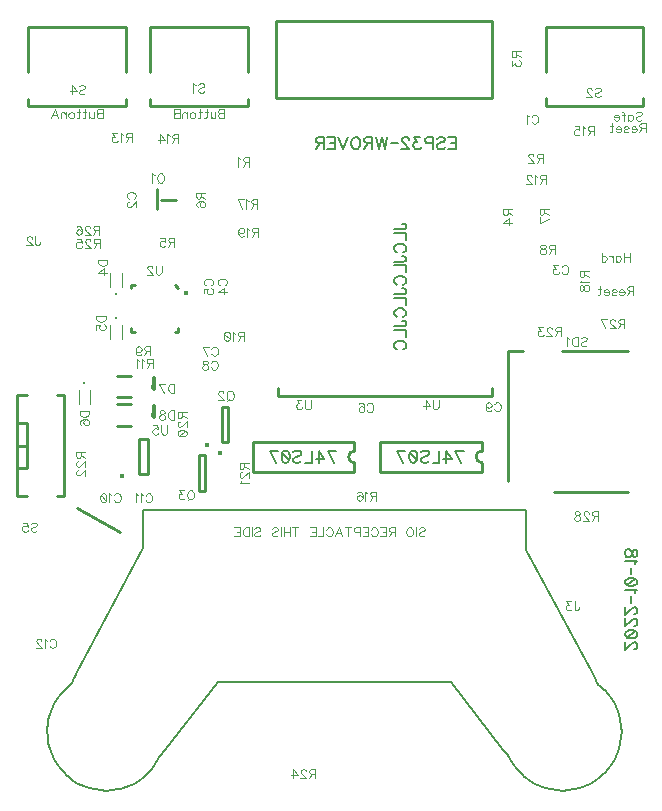
<source format=gbr>
G04 DipTrace 3.3.1.3*
G04 BottomSilk.gbr*
%MOIN*%
G04 #@! TF.FileFunction,Legend,Bot*
G04 #@! TF.Part,Single*
%ADD10C,0.009843*%
%ADD14C,0.007874*%
%ADD17C,0.003937*%
%ADD20C,0.01378*%
%ADD24C,0.015762*%
%ADD32C,0.012503*%
%ADD34C,0.015422*%
%ADD51O,0.016153X0.01536*%
%ADD57C,0.015395*%
%ADD135C,0.004632*%
%ADD136C,0.006176*%
%FSLAX26Y26*%
G04*
G70*
G90*
G75*
G01*
G04 BotSilk*
%LPD*%
X608195Y1361795D2*
D10*
X748935Y1280559D1*
X757139Y2097983D2*
D17*
Y2145224D1*
X717769Y2097983D2*
Y2145224D1*
D14*
X737454Y2074363D3*
X717769Y1970673D2*
D17*
Y1923432D1*
X757139Y1970673D2*
Y1923432D1*
D14*
X737454Y1994293D3*
X612395Y1754535D2*
D17*
Y1707294D1*
X651765Y1754535D2*
Y1707294D1*
D14*
X632080Y1778156D3*
X788596Y1800352D2*
D10*
X741364D1*
X788596Y1729490D2*
X741364D1*
D24*
X861431Y1764921D3*
X788596Y1706603D2*
D10*
X741364D1*
X788596Y1635741D2*
X741364D1*
D24*
X861431Y1671172D3*
X2350337Y768164D2*
D14*
X2344785Y772185D1*
X2343636Y774336D1*
X2341339Y778730D1*
X2333299Y793878D1*
X2323153Y812859D1*
X2105297Y1221191D1*
Y1354154D1*
X2098406D1*
X2035423D1*
X1764923D1*
X1400235D1*
X1063881D1*
X894842D1*
X827839D1*
Y1226708D1*
X607112Y812859D1*
X604432Y807904D1*
X599838Y799114D1*
X596966Y793878D1*
X588926Y778730D1*
X586629Y774336D1*
X585480Y772185D1*
X580694Y768725D1*
X579928Y768164D1*
X565571Y755167D1*
X552553Y740861D1*
X541067Y725340D1*
X531112Y708789D1*
X522880Y691304D1*
X516371Y673071D1*
X511777Y654370D1*
X508905Y635295D1*
X508714Y632584D1*
X507948Y615940D1*
X508905Y596678D1*
X511777Y577603D1*
X516371Y558809D1*
X522880Y540669D1*
X531112Y523184D1*
X541067Y506634D1*
X552553Y491112D1*
X557339Y485970D1*
X565571Y476713D1*
X571505Y471289D1*
X579928Y463809D1*
X595435Y452308D1*
X612090Y442303D1*
X629511Y434075D1*
X647697Y427623D1*
X666458Y422854D1*
X685602Y420049D1*
X704745Y419114D1*
X724080Y420049D1*
X743224Y422854D1*
X753562Y425472D1*
X761985Y427623D1*
X780171Y434075D1*
X797592Y442303D1*
X814247Y452308D1*
X829754Y463809D1*
X837985Y471289D1*
X843920Y476713D1*
X852343Y485970D1*
X856938Y491112D1*
X868424Y506634D1*
X878379Y523184D1*
X881442Y529449D1*
X884887Y533750D1*
X901734Y555162D1*
X1077856Y779385D1*
X1852409D1*
X2028531Y555162D1*
X2043655Y535994D1*
X2045378Y533750D1*
X2048824Y529449D1*
X2051887Y523184D1*
X2061841Y506634D1*
X2073328Y491112D1*
X2086345Y476713D1*
X2092280Y471289D1*
X2098406Y465679D1*
X2100512Y463809D1*
X2116018Y452308D1*
X2132673Y442303D1*
X2150094Y434075D1*
X2168280Y427623D1*
X2187041Y422854D1*
X2206185Y420049D1*
X2225520Y419114D1*
X2244664Y420049D1*
X2263807Y422854D1*
X2282568Y427623D1*
X2300755Y434075D1*
X2318175Y442303D1*
X2334830Y452308D1*
X2350337Y463809D1*
X2358760Y471289D1*
X2364694Y476713D1*
X2366226Y478489D1*
X2377712Y491112D1*
X2389198Y506634D1*
X2399153Y523184D1*
X2407385Y540669D1*
X2413894Y558809D1*
X2418488Y577603D1*
X2421360Y596678D1*
X2422317Y615940D1*
X2421743Y628002D1*
X2421360Y635295D1*
X2418488Y654370D1*
X2413894Y673071D1*
X2407385Y691304D1*
X2399153Y708789D1*
X2389198Y725340D1*
X2377712Y740861D1*
X2366226Y753391D1*
X2364694Y755167D1*
X2350337Y768164D1*
X888384Y2387848D2*
D10*
X938390D1*
D32*
X873496Y2419029D3*
D34*
X1041495Y1570875D3*
X1091636Y1580076D2*
D10*
Y1698181D1*
X1111322D1*
Y1580076D1*
X1091636D1*
D34*
X1083412Y1545073D3*
X1033270Y1535873D2*
D10*
Y1417768D1*
X1013585D1*
Y1535873D1*
X1033270D1*
X851023Y2813254D2*
Y2963258D1*
X1176048Y2813254D2*
X1176013Y2963258D1*
X851023D2*
X1176048D1*
X851023Y2725748D2*
Y2700739D1*
X1176048D1*
Y2725748D1*
X2169774Y2813812D2*
Y2963816D1*
X2494799Y2813812D2*
X2494764Y2963816D1*
X2169774D2*
X2494799D1*
X2169774Y2726305D2*
Y2701297D1*
X2494799D1*
Y2726305D1*
X444774Y2813265D2*
Y2963269D1*
X769799Y2813265D2*
X769764Y2963269D1*
X444774D2*
X769799D1*
X444774Y2725758D2*
Y2700749D1*
X769799D1*
Y2725758D1*
X564551Y1737324D2*
X539251Y1737370D1*
X407996Y1643616D2*
X439550Y1643570D1*
Y1493582D1*
X407996Y1493628D1*
X439550Y1568576D2*
X407996Y1568622D1*
X408283Y1737324D2*
X407996Y1399874D1*
X564551Y1737324D2*
X564264Y1399874D1*
X439550Y1399828D2*
X407996Y1399874D1*
X439550Y1737324D2*
X407996Y1737370D1*
X564551Y1399828D2*
X539251Y1399874D1*
X2444440Y1885708D2*
X2223290D1*
X2094817D2*
X2043821D1*
Y1451804D1*
X2195830Y1413134D2*
X2442969D1*
X1990743Y2984677D2*
X1272034D1*
Y2728427D1*
X1990743D1*
Y2984677D1*
Y1760053D2*
Y1735053D1*
X1353236Y1734678D1*
X1278240Y1735053D2*
Y1760053D1*
Y1735053D2*
X1372004D1*
X944695Y2093750D2*
X932904Y2105558D1*
X944695Y1948080D2*
X932904D1*
X944695D2*
Y1959888D1*
X787155Y1948080D2*
Y1959888D1*
Y1948080D2*
X798987D1*
X787155Y2105558D2*
Y2093750D1*
Y2105558D2*
X798987D1*
D51*
X972052Y2075836D3*
X1531749Y1480064D2*
D10*
X1193156D1*
X1531749Y1582440D2*
X1193156D1*
Y1480064D2*
Y1582440D1*
X1531749Y1480064D2*
Y1511557D1*
Y1550946D2*
Y1582440D1*
Y1511557D2*
G02X1531749Y1550946I-12J19694D01*
G01*
X1956749Y1480064D2*
X1618156D1*
X1956749Y1582440D2*
X1618156D1*
Y1480064D2*
Y1582440D1*
X1956749Y1480064D2*
Y1511557D1*
Y1550946D2*
Y1582440D1*
Y1511557D2*
G02X1956749Y1550946I-12J19694D01*
G01*
D57*
X758327Y1468561D3*
X812393Y1473824D2*
D10*
Y1591932D1*
X843884Y1473824D2*
Y1591932D1*
X812393D2*
X843884D1*
X812393Y1473824D2*
X843884D1*
X862454Y1795475D2*
D20*
Y1757975D1*
Y1701724D2*
Y1664224D1*
X874954Y2424953D2*
D10*
Y2356203D1*
X2122403Y2664909D2*
D135*
X2123829Y2667760D1*
X2126714Y2670646D1*
X2129566Y2672072D1*
X2135303D1*
X2138188Y2670646D1*
X2141040Y2667760D1*
X2142499Y2664909D1*
X2143925Y2660598D1*
Y2653401D1*
X2142499Y2649124D1*
X2141040Y2646239D1*
X2138188Y2643387D1*
X2135303Y2641928D1*
X2129566D1*
X2126714Y2643387D1*
X2123829Y2646239D1*
X2122403Y2649124D1*
X2113140Y2666301D2*
X2110255Y2667760D1*
X2105944Y2672038D1*
Y2641928D1*
X780654Y2391964D2*
X777802Y2393389D1*
X774917Y2396275D1*
X773491Y2399126D1*
Y2404863D1*
X774917Y2407748D1*
X777802Y2410600D1*
X780654Y2412059D1*
X784965Y2413485D1*
X792161D1*
X796439Y2412059D1*
X799324Y2410600D1*
X802176Y2407748D1*
X803635Y2404863D1*
Y2399126D1*
X802176Y2396274D1*
X799324Y2393389D1*
X796439Y2391963D1*
X780688Y2381241D2*
X779262D1*
X776376Y2379815D1*
X774951Y2378389D1*
X773525Y2375504D1*
Y2369767D1*
X774950Y2366915D1*
X776376Y2365489D1*
X779262Y2364030D1*
X782113D1*
X784998Y2365489D1*
X789276Y2368341D1*
X803635Y2382700D1*
Y2362604D1*
X2223289Y2163342D2*
X2224715Y2166194D1*
X2227600Y2169079D1*
X2230452Y2170505D1*
X2236189D1*
X2239074Y2169079D1*
X2241926Y2166194D1*
X2243385Y2163342D1*
X2244811Y2159031D1*
Y2151835D1*
X2243385Y2147557D1*
X2241926Y2144672D1*
X2239074Y2141820D1*
X2236189Y2140361D1*
X2230452D1*
X2227600Y2141820D1*
X2224715Y2144672D1*
X2223289Y2147557D1*
X2211140Y2170472D2*
X2195388D1*
X2203977Y2158998D1*
X2199666D1*
X2196814Y2157572D1*
X2195388Y2156146D1*
X2193929Y2151835D1*
Y2148983D1*
X2195388Y2144672D1*
X2198240Y2141787D1*
X2202551Y2140361D1*
X2206862D1*
X2211140Y2141787D1*
X2212566Y2143246D1*
X2214025Y2146098D1*
X1083839Y2103771D2*
X1080987Y2105197D1*
X1078102Y2108082D1*
X1076676Y2110934D1*
Y2116671D1*
X1078102Y2119556D1*
X1080987Y2122408D1*
X1083839Y2123867D1*
X1088150Y2125293D1*
X1095346D1*
X1099624Y2123867D1*
X1102509Y2122408D1*
X1105361Y2119556D1*
X1106820Y2116671D1*
Y2110934D1*
X1105361Y2108082D1*
X1102509Y2105197D1*
X1099624Y2103771D1*
X1106820Y2080148D2*
X1076710D1*
X1096772Y2094507D1*
Y2072986D1*
X1037787Y2102815D2*
X1034935Y2104241D1*
X1032050Y2107126D1*
X1030624Y2109978D1*
Y2115715D1*
X1032050Y2118600D1*
X1034935Y2121452D1*
X1037787Y2122911D1*
X1042098Y2124337D1*
X1049294D1*
X1053572Y2122911D1*
X1056457Y2121452D1*
X1059309Y2118600D1*
X1060768Y2115715D1*
Y2109978D1*
X1059309Y2107126D1*
X1056457Y2104241D1*
X1053572Y2102815D1*
X1030657Y2076341D2*
Y2090667D1*
X1043557Y2092093D1*
X1042131Y2090667D1*
X1040672Y2086356D1*
Y2082078D1*
X1042131Y2077767D1*
X1044983Y2074882D1*
X1049294Y2073456D1*
X1052146D1*
X1056457Y2074882D1*
X1059342Y2077767D1*
X1060768Y2082078D1*
Y2086356D1*
X1059342Y2090667D1*
X1057883Y2092093D1*
X1055031Y2093552D1*
X1573427Y1703792D2*
X1574853Y1706644D1*
X1577738Y1709529D1*
X1580590Y1710955D1*
X1586327D1*
X1589212Y1709529D1*
X1592064Y1706644D1*
X1593523Y1703792D1*
X1594949Y1699481D1*
Y1692285D1*
X1593523Y1688007D1*
X1592064Y1685122D1*
X1589212Y1682270D1*
X1586327Y1680811D1*
X1580590D1*
X1577738Y1682270D1*
X1574853Y1685122D1*
X1573427Y1688007D1*
X1546952Y1706644D2*
X1548378Y1709496D1*
X1552689Y1710922D1*
X1555541D1*
X1559852Y1709496D1*
X1562737Y1705185D1*
X1564163Y1698022D1*
Y1690859D1*
X1562737Y1685122D1*
X1559852Y1682237D1*
X1555541Y1680811D1*
X1554115D1*
X1549837Y1682237D1*
X1546952Y1685122D1*
X1545526Y1689433D1*
Y1690859D1*
X1546952Y1695170D1*
X1549837Y1698022D1*
X1554115Y1699448D1*
X1555541D1*
X1559852Y1698022D1*
X1562737Y1695170D1*
X1564163Y1690859D1*
X1055503Y1891304D2*
X1056929Y1894156D1*
X1059814Y1897041D1*
X1062666Y1898467D1*
X1068403D1*
X1071288Y1897041D1*
X1074140Y1894156D1*
X1075599Y1891304D1*
X1077025Y1886993D1*
Y1879797D1*
X1075599Y1875519D1*
X1074140Y1872634D1*
X1071288Y1869782D1*
X1068403Y1868323D1*
X1062666D1*
X1059814Y1869782D1*
X1056929Y1872634D1*
X1055503Y1875519D1*
X1040502Y1868323D2*
X1026143Y1898434D1*
X1046239D1*
X1054250Y1845074D2*
X1055676Y1847926D1*
X1058561Y1850811D1*
X1061413Y1852237D1*
X1067150D1*
X1070035Y1850811D1*
X1072887Y1847926D1*
X1074346Y1845074D1*
X1075772Y1840763D1*
Y1833567D1*
X1074346Y1829289D1*
X1072887Y1826404D1*
X1070035Y1823552D1*
X1067150Y1822093D1*
X1061413D1*
X1058561Y1823552D1*
X1055676Y1826404D1*
X1054250Y1829289D1*
X1037824Y1852204D2*
X1042101Y1850778D1*
X1043560Y1847926D1*
Y1845041D1*
X1042101Y1842189D1*
X1039249Y1840730D1*
X1033512Y1839304D1*
X1029201Y1837878D1*
X1026350Y1834993D1*
X1024924Y1832141D1*
Y1827830D1*
X1026350Y1824978D1*
X1027776Y1823519D1*
X1032087Y1822093D1*
X1037824D1*
X1042101Y1823519D1*
X1043560Y1824978D1*
X1044986Y1827830D1*
Y1832141D1*
X1043560Y1834993D1*
X1040675Y1837878D1*
X1036398Y1839304D1*
X1030661Y1840730D1*
X1027776Y1842189D1*
X1026350Y1845041D1*
Y1847926D1*
X1027776Y1850778D1*
X1032087Y1852204D1*
X1037824D1*
X1998176Y1705882D2*
X1999602Y1708734D1*
X2002487Y1711619D1*
X2005339Y1713045D1*
X2011076D1*
X2013961Y1711619D1*
X2016813Y1708734D1*
X2018272Y1705882D1*
X2019698Y1701571D1*
Y1694375D1*
X2018272Y1690097D1*
X2016813Y1687212D1*
X2013961Y1684361D1*
X2011076Y1682901D1*
X2005339D1*
X2002487Y1684361D1*
X1999602Y1687212D1*
X1998176Y1690097D1*
X1970242Y1702997D2*
X1971701Y1698686D1*
X1974553Y1695801D1*
X1978864Y1694375D1*
X1980290D1*
X1984601Y1695801D1*
X1987453Y1698686D1*
X1988912Y1702997D1*
Y1704423D1*
X1987453Y1708734D1*
X1984601Y1711586D1*
X1980290Y1713012D1*
X1978864D1*
X1974553Y1711586D1*
X1971701Y1708734D1*
X1970242Y1702997D1*
Y1695801D1*
X1971701Y1688638D1*
X1974553Y1684327D1*
X1978864Y1682901D1*
X1981716D1*
X1986027Y1684327D1*
X1987453Y1687212D1*
X730852Y1402999D2*
X732278Y1405851D1*
X735163Y1408736D1*
X738015Y1410162D1*
X743752D1*
X746637Y1408736D1*
X749489Y1405851D1*
X750948Y1402999D1*
X752374Y1398688D1*
Y1391492D1*
X750948Y1387214D1*
X749489Y1384329D1*
X746637Y1381477D1*
X743752Y1380018D1*
X738015D1*
X735163Y1381477D1*
X732278Y1384329D1*
X730852Y1387214D1*
X721588Y1404392D2*
X718703Y1405851D1*
X714392Y1410129D1*
Y1380018D1*
X696507Y1410129D2*
X700818Y1408703D1*
X703703Y1404392D1*
X705129Y1397229D1*
Y1392918D1*
X703703Y1385755D1*
X700818Y1381444D1*
X696507Y1380018D1*
X693655D1*
X689344Y1381444D1*
X686492Y1385755D1*
X685033Y1392918D1*
Y1397229D1*
X686492Y1404392D1*
X689344Y1408703D1*
X693655Y1410129D1*
X696507D1*
X686492Y1404392D2*
X703703Y1385755D1*
X836312Y1402276D2*
X837737Y1405128D1*
X840623Y1408013D1*
X843474Y1409439D1*
X849211D1*
X852097Y1408013D1*
X854948Y1405128D1*
X856408Y1402276D1*
X857833Y1397965D1*
Y1390769D1*
X856408Y1386491D1*
X854948Y1383606D1*
X852097Y1380754D1*
X849211Y1379295D1*
X843474D1*
X840623Y1380754D1*
X837737Y1383606D1*
X836312Y1386491D1*
X827048Y1403669D2*
X824163Y1405128D1*
X819852Y1409406D1*
Y1379295D1*
X810588Y1403669D2*
X807703Y1405128D1*
X803392Y1409406D1*
Y1379295D1*
X515685Y917316D2*
X517111Y920167D1*
X519996Y923053D1*
X522848Y924478D1*
X528585D1*
X531470Y923053D1*
X534322Y920167D1*
X535781Y917316D1*
X537207Y913005D1*
Y905808D1*
X535781Y901531D1*
X534322Y898645D1*
X531470Y895794D1*
X528585Y894334D1*
X522848D1*
X519996Y895794D1*
X517111Y898645D1*
X515685Y901531D1*
X506422Y918708D2*
X503537Y920167D1*
X499226Y924445D1*
Y894334D1*
X488503Y917282D2*
Y918708D1*
X487077Y921593D1*
X485651Y923019D1*
X482766Y924445D1*
X477029D1*
X474177Y923019D1*
X472751Y921593D1*
X471292Y918708D1*
Y915856D1*
X472751Y912971D1*
X475603Y908693D1*
X489962Y894334D1*
X469866D1*
X678393Y2188541D2*
X708537D1*
Y2178493D1*
X707078Y2174181D1*
X704226Y2171296D1*
X701341Y2169870D1*
X697063Y2168445D1*
X689867D1*
X685556Y2169871D1*
X682704Y2171296D1*
X679819Y2174182D1*
X678393Y2178493D1*
Y2188541D1*
X708537Y2144822D2*
X678426D1*
X698489Y2159181D1*
Y2137659D1*
X672060Y2002280D2*
X702204D1*
Y1992232D1*
X700745Y1987921D1*
X697893Y1985036D1*
X695008Y1983610D1*
X690730Y1982184D1*
X683534D1*
X679223Y1983610D1*
X676371Y1985036D1*
X673486Y1987921D1*
X672060Y1992232D1*
Y2002280D1*
X672093Y1955710D2*
Y1970036D1*
X684993Y1971462D1*
X683567Y1970036D1*
X682108Y1965725D1*
Y1961447D1*
X683567Y1957136D1*
X686419Y1954251D1*
X690730Y1952825D1*
X693582D1*
X697893Y1954251D1*
X700778Y1957136D1*
X702204Y1961447D1*
Y1965725D1*
X700778Y1970036D1*
X699319Y1971462D1*
X696467Y1972921D1*
X616825Y1685609D2*
X646969Y1685608D1*
Y1675560D1*
X645510Y1671249D1*
X642658Y1668364D1*
X639773Y1666938D1*
X635495Y1665513D1*
X628299D1*
X623988Y1666938D1*
X621136Y1668364D1*
X618251Y1671250D1*
X616825Y1675561D1*
Y1685609D1*
X621136Y1639038D2*
X618284Y1640464D1*
X616858Y1644775D1*
Y1647627D1*
X618284Y1651938D1*
X622595Y1654823D1*
X629758Y1656249D1*
X636921D1*
X642658Y1654823D1*
X645543Y1651938D1*
X646969Y1647627D1*
Y1646201D1*
X645543Y1641923D1*
X642658Y1639038D1*
X638347Y1637612D1*
X636921D1*
X632610Y1639038D1*
X629758Y1641923D1*
X628332Y1646201D1*
Y1647627D1*
X629758Y1651938D1*
X632610Y1654823D1*
X636921Y1656249D1*
X931226Y1774959D2*
Y1744815D1*
X921178D1*
X916867Y1746275D1*
X913982Y1749126D1*
X912556Y1752012D1*
X911130Y1756289D1*
Y1763485D1*
X912556Y1767797D1*
X913982Y1770648D1*
X916867Y1773533D1*
X921178Y1774959D1*
X931226D1*
X896130Y1744815D2*
X881771Y1774926D1*
X901867D1*
X930235Y1685907D2*
Y1655763D1*
X920187D1*
X915876Y1657222D1*
X912991Y1660074D1*
X911565Y1662959D1*
X910139Y1667237D1*
Y1674433D1*
X911565Y1678744D1*
X912991Y1681596D1*
X915876Y1684481D1*
X920187Y1685907D1*
X930235D1*
X893712Y1685874D2*
X897990Y1684448D1*
X899449Y1681596D1*
Y1678711D1*
X897990Y1675859D1*
X895138Y1674400D1*
X889401Y1672974D1*
X885090Y1671548D1*
X882238Y1668663D1*
X880812Y1665811D1*
Y1661500D1*
X882238Y1658648D1*
X883664Y1657189D1*
X887975Y1655763D1*
X893712D1*
X897990Y1657189D1*
X899449Y1658648D1*
X900875Y1661500D1*
Y1665811D1*
X899449Y1668663D1*
X896564Y1671548D1*
X892286Y1672974D1*
X886549Y1674400D1*
X883664Y1675859D1*
X882238Y1678711D1*
Y1681596D1*
X883664Y1684448D1*
X887975Y1685874D1*
X893712D1*
X468166Y2265990D2*
Y2243042D1*
X469592Y2238731D1*
X471051Y2237305D1*
X473903Y2235846D1*
X476788D1*
X479640Y2237305D1*
X481066Y2238731D1*
X482525Y2243042D1*
Y2245894D1*
X457443Y2258794D2*
Y2260220D1*
X456017Y2263105D1*
X454591Y2264531D1*
X451706Y2265957D1*
X445969D1*
X443117Y2264531D1*
X441691Y2263105D1*
X440232Y2260220D1*
Y2257368D1*
X441691Y2254483D1*
X444543Y2250205D1*
X458902Y2235846D1*
X438806D1*
X2265534Y1049419D2*
Y1026471D1*
X2266960Y1022160D1*
X2268420Y1020734D1*
X2271271Y1019275D1*
X2274156D1*
X2277008Y1020734D1*
X2278434Y1022160D1*
X2279893Y1026471D1*
Y1029323D1*
X2253386Y1049386D2*
X2237634D1*
X2246223Y1037912D1*
X2241912D1*
X2239060Y1036486D1*
X2237634Y1035060D1*
X2236175Y1030749D1*
Y1027897D1*
X2237634Y1023586D1*
X2240486Y1020701D1*
X2244797Y1019275D1*
X2249108D1*
X2253386Y1020701D1*
X2254812Y1022160D1*
X2256271Y1025012D1*
X889209Y2475828D2*
X892060Y2474435D1*
X894946Y2471550D1*
X896371Y2468665D1*
X897831Y2464354D1*
Y2457191D1*
X896371Y2452880D1*
X894946Y2450028D1*
X892060Y2447143D1*
X889209Y2445717D1*
X883472D1*
X880587Y2447143D1*
X877735Y2450028D1*
X876309Y2452880D1*
X874850Y2457191D1*
Y2464354D1*
X876309Y2468665D1*
X877735Y2471550D1*
X880587Y2474435D1*
X883472Y2475828D1*
X889209D1*
X884898Y2451454D2*
X876309Y2442832D1*
X865586Y2470057D2*
X862701Y2471517D1*
X858390Y2475794D1*
Y2445684D1*
X1120308Y1750594D2*
X1123160Y1749201D1*
X1126045Y1746316D1*
X1127471Y1743431D1*
X1128930Y1739120D1*
Y1731957D1*
X1127471Y1727646D1*
X1126045Y1724794D1*
X1123160Y1721909D1*
X1120308Y1720483D1*
X1114571D1*
X1111686Y1721909D1*
X1108834Y1724794D1*
X1107408Y1727646D1*
X1105949Y1731957D1*
Y1739120D1*
X1107408Y1743431D1*
X1108834Y1746316D1*
X1111686Y1749201D1*
X1114571Y1750594D1*
X1120308D1*
X1115997Y1726220D2*
X1107408Y1717598D1*
X1095226Y1743398D2*
Y1744824D1*
X1093800Y1747709D1*
X1092375Y1749135D1*
X1089489Y1750561D1*
X1083752D1*
X1080901Y1749135D1*
X1079475Y1747709D1*
X1078015Y1744824D1*
Y1741972D1*
X1079475Y1739087D1*
X1082327Y1734809D1*
X1096686Y1720450D1*
X1076590D1*
X989235Y1419287D2*
X992087Y1417894D1*
X994972Y1415009D1*
X996398Y1412124D1*
X997857Y1407813D1*
Y1400650D1*
X996398Y1396339D1*
X994972Y1393487D1*
X992087Y1390602D1*
X989235Y1389176D1*
X983498D1*
X980613Y1390602D1*
X977761Y1393487D1*
X976335Y1396339D1*
X974876Y1400650D1*
Y1407813D1*
X976335Y1412124D1*
X977761Y1415009D1*
X980613Y1417894D1*
X983498Y1419287D1*
X989235D1*
X984924Y1394913D2*
X976335Y1386291D1*
X962727Y1419254D2*
X946975D1*
X955564Y1407780D1*
X951253D1*
X948401Y1406354D1*
X946975Y1404928D1*
X945516Y1400617D1*
Y1397765D1*
X946975Y1393454D1*
X949827Y1390569D1*
X954138Y1389143D1*
X958449D1*
X962727Y1390569D1*
X964153Y1392028D1*
X965612Y1394880D1*
X1181153Y2514884D2*
X1168253D1*
X1163942Y2516344D1*
X1162483Y2517769D1*
X1161057Y2520621D1*
Y2523506D1*
X1162483Y2526358D1*
X1163942Y2527817D1*
X1168253Y2529243D1*
X1181153D1*
Y2499099D1*
X1171105Y2514884D2*
X1161057Y2499099D1*
X1151794Y2523473D2*
X1148909Y2524932D1*
X1144598Y2529210D1*
Y2499099D1*
X2159665Y2527277D2*
X2146765D1*
X2142454Y2528736D1*
X2140995Y2530162D1*
X2139569Y2533014D1*
Y2535899D1*
X2140995Y2538751D1*
X2142454Y2540210D1*
X2146765Y2541636D1*
X2159665D1*
Y2511492D1*
X2149617Y2527277D2*
X2139569Y2511492D1*
X2128846Y2534440D2*
Y2535866D1*
X2127420Y2538751D1*
X2125994Y2540177D1*
X2123109Y2541603D1*
X2117372D1*
X2114520Y2540177D1*
X2113094Y2538751D1*
X2111635Y2535866D1*
Y2533014D1*
X2113094Y2530129D1*
X2115946Y2525851D1*
X2130305Y2511492D1*
X2110209D1*
X2070849Y2882566D2*
Y2869667D1*
X2069390Y2865355D1*
X2067964Y2863896D1*
X2065112Y2862470D1*
X2062227D1*
X2059375Y2863896D1*
X2057916Y2865356D1*
X2056490Y2869667D1*
Y2882566D1*
X2086634D1*
X2070849Y2872518D2*
X2086634Y2862470D1*
X2056523Y2850322D2*
Y2834570D1*
X2067997Y2843159D1*
Y2838848D1*
X2069423Y2835996D1*
X2070849Y2834570D1*
X2075160Y2833111D1*
X2078012D1*
X2082323Y2834570D1*
X2085208Y2837422D1*
X2086634Y2841733D1*
Y2846044D1*
X2085208Y2850322D1*
X2083749Y2851748D1*
X2080897Y2853207D1*
X2043055Y2356064D2*
Y2343164D1*
X2041596Y2338853D1*
X2040170Y2337394D1*
X2037318Y2335968D1*
X2034433D1*
X2031581Y2337394D1*
X2030122Y2338853D1*
X2028696Y2343164D1*
Y2356064D1*
X2058840D1*
X2043055Y2346016D2*
X2058840Y2335968D1*
Y2312346D2*
X2028729D1*
X2048792Y2326705D1*
Y2305183D1*
X931636Y2246968D2*
X918736D1*
X914425Y2248428D1*
X912966Y2249853D1*
X911540Y2252705D1*
Y2255590D1*
X912966Y2258442D1*
X914425Y2259901D1*
X918736Y2261327D1*
X931636D1*
Y2231183D1*
X921588Y2246968D2*
X911540Y2231183D1*
X885065Y2261294D2*
X899391D1*
X900817Y2248394D1*
X899391Y2249820D1*
X895080Y2251279D1*
X890802D1*
X886491Y2249820D1*
X883606Y2246968D1*
X882180Y2242657D1*
Y2239805D1*
X883606Y2235494D1*
X886491Y2232609D1*
X890802Y2231183D1*
X895080D1*
X899391Y2232609D1*
X900817Y2234068D1*
X902276Y2236920D1*
X1019517Y2412043D2*
Y2399143D1*
X1018058Y2394832D1*
X1016632Y2393373D1*
X1013780Y2391947D1*
X1010895D1*
X1008043Y2393373D1*
X1006584Y2394832D1*
X1005158Y2399143D1*
Y2412043D1*
X1035302D1*
X1019517Y2401995D2*
X1035302Y2391947D1*
X1009469Y2365472D2*
X1006617Y2366898D1*
X1005191Y2371209D1*
Y2374061D1*
X1006617Y2378372D1*
X1010928Y2381257D1*
X1018091Y2382683D1*
X1025254D1*
X1030991Y2381257D1*
X1033876Y2378372D1*
X1035302Y2374061D1*
Y2372635D1*
X1033876Y2368358D1*
X1030991Y2365472D1*
X1026680Y2364047D1*
X1025254D1*
X1020943Y2365472D1*
X1018091Y2368358D1*
X1016665Y2372635D1*
Y2374061D1*
X1018091Y2378372D1*
X1020943Y2381257D1*
X1025254Y2382683D1*
X2163475Y2358666D2*
Y2345766D1*
X2162016Y2341455D1*
X2160590Y2339996D1*
X2157738Y2338570D1*
X2154853D1*
X2152001Y2339996D1*
X2150542Y2341455D1*
X2149116Y2345766D1*
Y2358666D1*
X2179260D1*
X2163475Y2348618D2*
X2179260Y2338570D1*
Y2323570D2*
X2149149Y2309211D1*
Y2329307D1*
X2200123Y2223166D2*
X2187223D1*
X2182912Y2224625D1*
X2181453Y2226051D1*
X2180027Y2228903D1*
Y2231788D1*
X2181453Y2234640D1*
X2182912Y2236099D1*
X2187223Y2237525D1*
X2200123D1*
Y2207381D1*
X2190075Y2223166D2*
X2180027Y2207381D1*
X2163601Y2237492D2*
X2167879Y2236066D1*
X2169338Y2233214D1*
Y2230329D1*
X2167879Y2227477D1*
X2165027Y2226018D1*
X2159290Y2224592D1*
X2154979Y2223166D1*
X2152127Y2220281D1*
X2150701Y2217429D1*
Y2213118D1*
X2152127Y2210266D1*
X2153553Y2208807D1*
X2157864Y2207381D1*
X2163601D1*
X2167879Y2208807D1*
X2169338Y2210266D1*
X2170764Y2213118D1*
Y2217429D1*
X2169338Y2220281D1*
X2166453Y2223166D1*
X2162175Y2224592D1*
X2156438Y2226018D1*
X2153553Y2227477D1*
X2152127Y2230329D1*
Y2233214D1*
X2153553Y2236066D1*
X2157864Y2237492D1*
X2163601D1*
X851683Y1885276D2*
X838783D1*
X834472Y1886735D1*
X833013Y1888161D1*
X831587Y1891013D1*
Y1893898D1*
X833013Y1896750D1*
X834472Y1898209D1*
X838783Y1899635D1*
X851683D1*
Y1869491D1*
X841635Y1885276D2*
X831587Y1869491D1*
X803653Y1889587D2*
X805112Y1885276D1*
X807964Y1882391D1*
X812275Y1880965D1*
X813701D1*
X818012Y1882391D1*
X820864Y1885276D1*
X822323Y1889587D1*
Y1891013D1*
X820864Y1895324D1*
X818012Y1898176D1*
X813701Y1899601D1*
X812275D1*
X807964Y1898176D1*
X805112Y1895324D1*
X803653Y1889587D1*
Y1882391D1*
X805112Y1875228D1*
X807964Y1870917D1*
X812275Y1869491D1*
X815127D1*
X819438Y1870917D1*
X820864Y1873802D1*
X1162968Y1933731D2*
X1150068D1*
X1145757Y1935190D1*
X1144298Y1936616D1*
X1142872Y1939468D1*
Y1942353D1*
X1144298Y1945205D1*
X1145757Y1946664D1*
X1150068Y1948090D1*
X1162968D1*
Y1917946D1*
X1152920Y1933731D2*
X1142872Y1917946D1*
X1133609Y1942320D2*
X1130723Y1943779D1*
X1126412Y1948057D1*
Y1917946D1*
X1108527Y1948057D2*
X1112838Y1946631D1*
X1115723Y1942320D1*
X1117149Y1935157D1*
Y1930846D1*
X1115723Y1923683D1*
X1112838Y1919372D1*
X1108527Y1917946D1*
X1105675D1*
X1101364Y1919372D1*
X1098512Y1923683D1*
X1097053Y1930846D1*
Y1935157D1*
X1098512Y1942320D1*
X1101364Y1946631D1*
X1105675Y1948057D1*
X1108527D1*
X1098512Y1942320D2*
X1115723Y1923683D1*
X858967Y1843316D2*
X846067D1*
X841756Y1844775D1*
X840297Y1846201D1*
X838871Y1849053D1*
Y1851938D1*
X840297Y1854790D1*
X841756Y1856249D1*
X846067Y1857675D1*
X858967D1*
Y1827531D1*
X848919Y1843316D2*
X838871Y1827531D1*
X829607Y1851905D2*
X826722Y1853364D1*
X822411Y1857642D1*
Y1827531D1*
X813148Y1851905D2*
X810263Y1853364D1*
X805952Y1857642D1*
Y1827531D1*
X2170410Y2457111D2*
X2157510D1*
X2153199Y2458571D1*
X2151740Y2459997D1*
X2150314Y2462848D1*
Y2465733D1*
X2151740Y2468585D1*
X2153199Y2470045D1*
X2157510Y2471470D1*
X2170410D1*
Y2441326D1*
X2160362Y2457111D2*
X2150314Y2441326D1*
X2141051Y2465700D2*
X2138166Y2467159D1*
X2133855Y2471437D1*
Y2441326D1*
X2123132Y2464274D2*
Y2465700D1*
X2121706Y2468585D1*
X2120280Y2470011D1*
X2117395Y2471437D1*
X2111658D1*
X2108806Y2470011D1*
X2107380Y2468585D1*
X2105921Y2465700D1*
Y2462848D1*
X2107380Y2459963D1*
X2110232Y2455685D1*
X2124591Y2441326D1*
X2104495D1*
X789019Y2595819D2*
X776119D1*
X771808Y2597278D1*
X770349Y2598704D1*
X768923Y2601556D1*
Y2604441D1*
X770349Y2607293D1*
X771808Y2608752D1*
X776119Y2610178D1*
X789019D1*
Y2580034D1*
X778971Y2595819D2*
X768923Y2580034D1*
X759660Y2604408D2*
X756775Y2605867D1*
X752464Y2610145D1*
Y2580034D1*
X740315Y2610145D2*
X724563D1*
X733152Y2598671D1*
X728841D1*
X725989Y2597245D1*
X724563Y2595819D1*
X723104Y2591508D1*
Y2588656D1*
X724563Y2584345D1*
X727415Y2581460D1*
X731726Y2580034D1*
X736037D1*
X740315Y2581460D1*
X741741Y2582919D1*
X743200Y2585771D1*
X945370Y2592583D2*
X932470D1*
X928159Y2594042D1*
X926700Y2595468D1*
X925274Y2598320D1*
Y2601205D1*
X926700Y2604057D1*
X928159Y2605516D1*
X932470Y2606942D1*
X945370D1*
Y2576798D1*
X935322Y2592583D2*
X925274Y2576798D1*
X916011Y2601172D2*
X913125Y2602631D1*
X908814Y2606909D1*
Y2576798D1*
X885192D2*
Y2606909D1*
X899551Y2586846D1*
X878029D1*
X2329094Y2618671D2*
X2316194D1*
X2311883Y2620130D1*
X2310424Y2621556D1*
X2308998Y2624408D1*
Y2627293D1*
X2310424Y2630145D1*
X2311883Y2631604D1*
X2316194Y2633030D1*
X2329094D1*
Y2602886D1*
X2319046Y2618671D2*
X2308998Y2602886D1*
X2299735Y2627260D2*
X2296849Y2628719D1*
X2292538Y2632997D1*
Y2602886D1*
X2266064Y2632997D2*
X2280390D1*
X2281816Y2620097D1*
X2280390Y2621523D1*
X2276079Y2622982D1*
X2271801D1*
X2267490Y2621523D1*
X2264605Y2618671D1*
X2263179Y2614360D1*
Y2611508D1*
X2264605Y2607197D1*
X2267490Y2604312D1*
X2271801Y2602886D1*
X2276079D1*
X2280390Y2604312D1*
X2281816Y2605771D1*
X2283275Y2608623D1*
X1604771Y1400638D2*
X1591871D1*
X1587560Y1402097D1*
X1586101Y1403523D1*
X1584675Y1406375D1*
Y1409260D1*
X1586101Y1412112D1*
X1587560Y1413571D1*
X1591871Y1414997D1*
X1604771D1*
Y1384853D1*
X1594723Y1400638D2*
X1584675Y1384853D1*
X1575412Y1409227D2*
X1572527Y1410686D1*
X1568216Y1414964D1*
Y1384853D1*
X1541741Y1410686D2*
X1543167Y1413538D1*
X1547478Y1414964D1*
X1550330D1*
X1554641Y1413538D1*
X1557526Y1409227D1*
X1558952Y1402064D1*
Y1394901D1*
X1557526Y1389164D1*
X1554641Y1386279D1*
X1550330Y1384853D1*
X1548904D1*
X1544626Y1386279D1*
X1541741Y1389164D1*
X1540315Y1393475D1*
Y1394901D1*
X1541741Y1399212D1*
X1544626Y1402064D1*
X1548904Y1403490D1*
X1550330D1*
X1554641Y1402064D1*
X1557526Y1399212D1*
X1558952Y1394901D1*
X1208444Y2374861D2*
X1195545D1*
X1191234Y2376320D1*
X1189774Y2377746D1*
X1188348Y2380598D1*
Y2383483D1*
X1189774Y2386335D1*
X1191234Y2387794D1*
X1195545Y2389220D1*
X1208444D1*
Y2359076D1*
X1198396Y2374861D2*
X1188348Y2359076D1*
X1179085Y2383450D2*
X1176200Y2384909D1*
X1171889Y2389187D1*
Y2359076D1*
X1156888D2*
X1142529Y2389187D1*
X1162625D1*
X2298274Y2149812D2*
Y2136913D1*
X2296815Y2132602D1*
X2295389Y2131142D1*
X2292537Y2129716D1*
X2289652D1*
X2286800Y2131142D1*
X2285341Y2132602D1*
X2283915Y2136913D1*
Y2149812D1*
X2314059D1*
X2298274Y2139764D2*
X2314059Y2129716D1*
X2289685Y2120453D2*
X2288226Y2117568D1*
X2283948Y2113257D1*
X2314059D1*
X2283948Y2096830D2*
X2285374Y2101108D1*
X2288226Y2102567D1*
X2291111D1*
X2293963Y2101108D1*
X2295422Y2098256D1*
X2296848Y2092519D1*
X2298274Y2088208D1*
X2301159Y2085356D1*
X2304011Y2083931D1*
X2308322D1*
X2311174Y2085356D1*
X2312633Y2086782D1*
X2314059Y2091093D1*
Y2096830D1*
X2312633Y2101108D1*
X2311174Y2102567D1*
X2308322Y2103993D1*
X2304011D1*
X2301159Y2102567D1*
X2298274Y2099682D1*
X2296848Y2095404D1*
X2295422Y2089667D1*
X2293963Y2086782D1*
X2291111Y2085356D1*
X2288226D1*
X2285374Y2086782D1*
X2283948Y2091093D1*
Y2096830D1*
X1209506Y2280224D2*
X1196606D1*
X1192295Y2281684D1*
X1190836Y2283110D1*
X1189410Y2285961D1*
Y2288846D1*
X1190836Y2291698D1*
X1192295Y2293158D1*
X1196606Y2294583D1*
X1209506D1*
Y2264439D1*
X1199458Y2280224D2*
X1189410Y2264439D1*
X1180146Y2288813D2*
X1177261Y2290272D1*
X1172950Y2294550D1*
Y2264439D1*
X1145017Y2284535D2*
X1146476Y2280224D1*
X1149328Y2277339D1*
X1153639Y2275913D1*
X1155065D1*
X1159376Y2277339D1*
X1162227Y2280224D1*
X1163687Y2284535D1*
Y2285961D1*
X1162227Y2290272D1*
X1159376Y2293124D1*
X1155065Y2294550D1*
X1153639D1*
X1149328Y2293124D1*
X1146476Y2290272D1*
X1145017Y2284535D1*
Y2277339D1*
X1146476Y2270176D1*
X1149328Y2265865D1*
X1153639Y2264439D1*
X1156491D1*
X1160802Y2265865D1*
X1162227Y2268750D1*
X956598Y1679221D2*
Y1666321D1*
X955139Y1662010D1*
X953713Y1660551D1*
X950861Y1659125D1*
X947976D1*
X945125Y1660551D1*
X943665Y1662010D1*
X942239Y1666321D1*
Y1679221D1*
X972383D1*
X956598Y1669173D2*
X972383Y1659125D1*
X949436Y1648403D2*
X948010D1*
X945125Y1646977D1*
X943699Y1645551D1*
X942273Y1642666D1*
Y1636929D1*
X943699Y1634077D1*
X945125Y1632651D1*
X948010Y1631192D1*
X950862D1*
X953747Y1632651D1*
X958024Y1635503D1*
X972383Y1649862D1*
Y1629766D1*
X942273Y1611880D2*
X943699Y1616191D1*
X948010Y1619076D1*
X955173Y1620502D1*
X959484D1*
X966646Y1619076D1*
X970958Y1616191D1*
X972383Y1611880D1*
Y1609028D1*
X970957Y1604717D1*
X966646Y1601865D1*
X959483Y1600406D1*
X955172D1*
X948010Y1601865D1*
X943699Y1604717D1*
X942273Y1609028D1*
Y1611880D1*
X948010Y1601865D2*
X966646Y1619076D1*
X1163267Y1510274D2*
Y1497374D1*
X1161807Y1493063D1*
X1160382Y1491604D1*
X1157530Y1490178D1*
X1154645D1*
X1151793Y1491604D1*
X1150334Y1493063D1*
X1148908Y1497374D1*
Y1510274D1*
X1179052D1*
X1163267Y1500226D2*
X1179052Y1490178D1*
X1156104Y1479455D2*
X1154678D1*
X1151793Y1478029D1*
X1150367Y1476603D1*
X1148941Y1473718D1*
Y1467981D1*
X1150367Y1465129D1*
X1151793Y1463704D1*
X1154678Y1462244D1*
X1157530D1*
X1160415Y1463703D1*
X1164693Y1466555D1*
X1179052Y1480914D1*
Y1460818D1*
X1154678Y1451555D2*
X1153219Y1448670D1*
X1148941Y1444359D1*
X1179052D1*
X619098Y1546792D2*
Y1533892D1*
X617639Y1529581D1*
X616213Y1528122D1*
X613361Y1526696D1*
X610476D1*
X607625Y1528122D1*
X606165Y1529581D1*
X604739Y1533892D1*
Y1546792D1*
X634883D1*
X619098Y1536744D2*
X634883Y1526696D1*
X611936Y1515973D2*
X610510D1*
X607625Y1514548D1*
X606199Y1513122D1*
X604773Y1510236D1*
Y1504500D1*
X606199Y1501648D1*
X607625Y1500222D1*
X610510Y1498763D1*
X613362D1*
X616247Y1500222D1*
X620524Y1503074D1*
X634883Y1517433D1*
Y1497337D1*
X611936Y1486614D2*
X610510D1*
X607625Y1485188D1*
X606199Y1483762D1*
X604773Y1480877D1*
Y1475140D1*
X606199Y1472288D1*
X607624Y1470862D1*
X610510Y1469403D1*
X613361D1*
X616247Y1470862D1*
X620524Y1473714D1*
X634883Y1488073D1*
Y1467977D1*
X2221202Y1949139D2*
X2208302D1*
X2203991Y1950598D1*
X2202531Y1952024D1*
X2201106Y1954876D1*
Y1957761D1*
X2202531Y1960613D1*
X2203991Y1962072D1*
X2208302Y1963498D1*
X2221202D1*
Y1933354D1*
X2211154Y1949139D2*
X2201106Y1933354D1*
X2190383Y1956302D2*
Y1957728D1*
X2188957Y1960613D1*
X2187531Y1962039D1*
X2184646Y1963465D1*
X2178909D1*
X2176057Y1962039D1*
X2174631Y1960613D1*
X2173172Y1957728D1*
Y1954876D1*
X2174631Y1951991D1*
X2177483Y1947713D1*
X2191842Y1933354D1*
X2171746D1*
X2159597Y1963465D2*
X2143846D1*
X2152434Y1951991D1*
X2148123D1*
X2145271Y1950565D1*
X2143846Y1949139D1*
X2142386Y1944828D1*
Y1941976D1*
X2143846Y1937665D1*
X2146697Y1934780D1*
X2151008Y1933354D1*
X2155319D1*
X2159597Y1934780D1*
X2161023Y1936239D1*
X2162482Y1939091D1*
X1401233Y475316D2*
X1388333D1*
X1384022Y476775D1*
X1382563Y478201D1*
X1381137Y481053D1*
Y483938D1*
X1382563Y486790D1*
X1384022Y488249D1*
X1388333Y489675D1*
X1401233D1*
Y459531D1*
X1391185Y475316D2*
X1381137Y459531D1*
X1370415Y482479D2*
Y483905D1*
X1368989Y486790D1*
X1367563Y488216D1*
X1364678Y489642D1*
X1358941D1*
X1356089Y488216D1*
X1354663Y486790D1*
X1353204Y483905D1*
Y481053D1*
X1354663Y478168D1*
X1357515Y473890D1*
X1371874Y459531D1*
X1351778D1*
X1328155D2*
Y489642D1*
X1342514Y469579D1*
X1320992D1*
X682519Y2243307D2*
X669619D1*
X665308Y2244766D1*
X663849Y2246192D1*
X662423Y2249044D1*
Y2251929D1*
X663849Y2254781D1*
X665308Y2256240D1*
X669619Y2257666D1*
X682519D1*
Y2227522D1*
X672471Y2243307D2*
X662423Y2227522D1*
X651700Y2250470D2*
Y2251896D1*
X650274Y2254781D1*
X648849Y2256207D1*
X645963Y2257633D1*
X640226D1*
X637375Y2256207D1*
X635949Y2254781D1*
X634490Y2251896D1*
Y2249044D1*
X635949Y2246159D1*
X638801Y2241881D1*
X653160Y2227522D1*
X633064D1*
X606589Y2257633D2*
X620915D1*
X622341Y2244733D1*
X620915Y2246159D1*
X616604Y2247618D1*
X612326D1*
X608015Y2246159D1*
X605130Y2243307D1*
X603704Y2238996D1*
Y2236144D1*
X605130Y2231833D1*
X608015Y2228948D1*
X612326Y2227522D1*
X616604D1*
X620915Y2228948D1*
X622341Y2230407D1*
X623800Y2233259D1*
X681790Y2287056D2*
X668890D1*
X664579Y2288516D1*
X663120Y2289942D1*
X661694Y2292793D1*
Y2295679D1*
X663120Y2298530D1*
X664579Y2299990D1*
X668890Y2301415D1*
X681790D1*
Y2271271D1*
X671742Y2287056D2*
X661694Y2271271D1*
X650971Y2294219D2*
Y2295645D1*
X649545Y2298530D1*
X648119Y2299956D1*
X645234Y2301382D1*
X639497D1*
X636645Y2299956D1*
X635219Y2298530D1*
X633760Y2295645D1*
Y2292793D1*
X635219Y2289908D1*
X638071Y2285631D1*
X652430Y2271271D1*
X632334D1*
X605860Y2297104D2*
X607285Y2299956D1*
X611596Y2301382D1*
X614448D1*
X618759Y2299956D1*
X621644Y2295645D1*
X623070Y2288482D1*
Y2281319D1*
X621644Y2275583D1*
X618759Y2272697D1*
X614448Y2271271D1*
X613022D1*
X608745Y2272697D1*
X605860Y2275583D1*
X604434Y2279894D1*
Y2281319D1*
X605860Y2285631D1*
X608745Y2288482D1*
X613022Y2289908D1*
X614448D1*
X618759Y2288482D1*
X621644Y2285631D1*
X623070Y2281319D1*
X2431813Y1975475D2*
X2418913D1*
X2414602Y1976934D1*
X2413143Y1978360D1*
X2411717Y1981212D1*
Y1984097D1*
X2413143Y1986949D1*
X2414602Y1988408D1*
X2418913Y1989834D1*
X2431813D1*
Y1959690D1*
X2421765Y1975475D2*
X2411717Y1959690D1*
X2400994Y1982638D2*
Y1984064D1*
X2399568Y1986949D1*
X2398143Y1988375D1*
X2395257Y1989801D1*
X2389520D1*
X2386669Y1988375D1*
X2385243Y1986949D1*
X2383783Y1984064D1*
Y1981212D1*
X2385243Y1978327D1*
X2388094Y1974049D1*
X2402454Y1959690D1*
X2382358D1*
X2367357D2*
X2352998Y1989801D1*
X2373094D1*
X2343577Y1334832D2*
X2330677D1*
X2326366Y1336291D1*
X2324907Y1337717D1*
X2323481Y1340569D1*
Y1343454D1*
X2324907Y1346306D1*
X2326366Y1347765D1*
X2330677Y1349191D1*
X2343577D1*
Y1319047D1*
X2333529Y1334832D2*
X2323481Y1319047D1*
X2312759Y1341995D2*
Y1343421D1*
X2311333Y1346306D1*
X2309907Y1347732D1*
X2307022Y1349158D1*
X2301285D1*
X2298433Y1347732D1*
X2297007Y1346306D1*
X2295548Y1343421D1*
Y1340569D1*
X2297007Y1337684D1*
X2299859Y1333406D1*
X2314218Y1319047D1*
X2294122D1*
X2277695Y1349158D2*
X2281973Y1347732D1*
X2283432Y1344880D1*
Y1341995D1*
X2281973Y1339143D1*
X2279121Y1337684D1*
X2273384Y1336258D1*
X2269073Y1334832D1*
X2266221Y1331947D1*
X2264795Y1329095D1*
Y1324784D1*
X2266221Y1321932D1*
X2267647Y1320473D1*
X2271958Y1319047D1*
X2277695D1*
X2281973Y1320473D1*
X2283432Y1321932D1*
X2284858Y1324784D1*
Y1329095D1*
X2283432Y1331947D1*
X2280547Y1334832D1*
X2276269Y1336258D1*
X2270532Y1337684D1*
X2267647Y1339143D1*
X2266221Y1341995D1*
Y1344880D1*
X2267647Y1347732D1*
X2271958Y1349158D1*
X2277695D1*
X1011717Y2771614D2*
X1014569Y2774499D1*
X1018880Y2775925D1*
X1024617D1*
X1028928Y2774499D1*
X1031813Y2771614D1*
Y2768762D1*
X1030354Y2765877D1*
X1028928Y2764451D1*
X1026076Y2763025D1*
X1017454Y2760140D1*
X1014569Y2758714D1*
X1013143Y2757255D1*
X1011717Y2754403D1*
Y2750092D1*
X1014569Y2747240D1*
X1018880Y2745781D1*
X1024617D1*
X1028928Y2747240D1*
X1031813Y2750092D1*
X1002454Y2770155D2*
X999569Y2771614D1*
X995258Y2775892D1*
Y2745781D1*
X1098016Y2690564D2*
Y2660420D1*
X1085083D1*
X1080772Y2661879D1*
X1079346Y2663305D1*
X1077920Y2666157D1*
Y2670468D1*
X1079346Y2673353D1*
X1080772Y2674779D1*
X1085083Y2676205D1*
X1080772Y2677664D1*
X1079346Y2679090D1*
X1077920Y2681942D1*
Y2684827D1*
X1079346Y2687679D1*
X1080772Y2689138D1*
X1085083Y2690564D1*
X1098016D1*
Y2676205D2*
X1085083D1*
X1068656Y2680516D2*
Y2666157D1*
X1067231Y2661879D1*
X1064345Y2660420D1*
X1060034D1*
X1057183Y2661879D1*
X1052872Y2666157D1*
Y2680516D2*
Y2660420D1*
X1039297Y2690564D2*
Y2666157D1*
X1037871Y2661879D1*
X1034986Y2660420D1*
X1032134D1*
X1043608Y2680516D2*
X1033560D1*
X1018559Y2690564D2*
Y2666157D1*
X1017133Y2661879D1*
X1014248Y2660420D1*
X1011397D1*
X1022870Y2680516D2*
X1012822D1*
X994970D2*
X997822Y2679090D1*
X1000707Y2676205D1*
X1002133Y2671894D1*
Y2669042D1*
X1000707Y2664731D1*
X997822Y2661879D1*
X994970Y2660420D1*
X990659D1*
X987774Y2661879D1*
X984922Y2664731D1*
X983463Y2669042D1*
Y2671894D1*
X984922Y2676205D1*
X987774Y2679090D1*
X990659Y2680516D1*
X994970D1*
X974199D2*
Y2660420D1*
Y2674779D2*
X969888Y2679090D1*
X967003Y2680516D1*
X962725D1*
X959840Y2679090D1*
X958414Y2674779D1*
Y2660420D1*
X949151Y2690564D2*
Y2660420D1*
X936218D1*
X931907Y2661879D1*
X930481Y2663305D1*
X929055Y2666157D1*
Y2670468D1*
X930481Y2673353D1*
X931907Y2674779D1*
X936218Y2676205D1*
X931907Y2677664D1*
X930481Y2679090D1*
X929055Y2681942D1*
Y2684827D1*
X930481Y2687679D1*
X931907Y2689138D1*
X936218Y2690564D1*
X949151D1*
Y2676205D2*
X936218D1*
X2333991Y2757143D2*
X2336843Y2760028D1*
X2341154Y2761454D1*
X2346891D1*
X2351202Y2760028D1*
X2354087Y2757143D1*
Y2754291D1*
X2352628Y2751406D1*
X2351202Y2749980D1*
X2348350Y2748554D1*
X2339728Y2745669D1*
X2336843Y2744243D1*
X2335417Y2742783D1*
X2333991Y2739932D1*
Y2735621D1*
X2336843Y2732769D1*
X2341154Y2731310D1*
X2346891D1*
X2351202Y2732769D1*
X2354087Y2735621D1*
X2323269Y2754257D2*
Y2755683D1*
X2321843Y2758568D1*
X2320417Y2759994D1*
X2317532Y2761420D1*
X2311795D1*
X2308943Y2759994D1*
X2307517Y2758568D1*
X2306058Y2755683D1*
Y2752831D1*
X2307517Y2749946D1*
X2310369Y2745669D1*
X2324728Y2731310D1*
X2304632D1*
X614777Y2766179D2*
X617628Y2769064D1*
X621939Y2770490D1*
X627676D1*
X631987Y2769064D1*
X634873Y2766179D1*
Y2763327D1*
X633413Y2760442D1*
X631987Y2759016D1*
X629136Y2757590D1*
X620513Y2754705D1*
X617628Y2753279D1*
X616202Y2751820D1*
X614777Y2748968D1*
Y2744657D1*
X617628Y2741805D1*
X621939Y2740346D1*
X627676D1*
X631987Y2741805D1*
X634873Y2744657D1*
X591154Y2740346D2*
Y2770457D1*
X605513Y2750394D1*
X583991D1*
X693209Y2690574D2*
Y2660430D1*
X680276D1*
X675965Y2661889D1*
X674539Y2663315D1*
X673113Y2666167D1*
Y2670478D1*
X674539Y2673363D1*
X675965Y2674789D1*
X680276Y2676215D1*
X675965Y2677674D1*
X674539Y2679100D1*
X673113Y2681952D1*
Y2684837D1*
X674539Y2687689D1*
X675965Y2689148D1*
X680276Y2690574D1*
X693209D1*
Y2676215D2*
X680276D1*
X663850Y2680526D2*
Y2666167D1*
X662424Y2661889D1*
X659539Y2660430D1*
X655228D1*
X652376Y2661889D1*
X648065Y2666167D1*
Y2680526D2*
Y2660430D1*
X634490Y2690574D2*
Y2666167D1*
X633064Y2661889D1*
X630179Y2660430D1*
X627327D1*
X638801Y2680526D2*
X628753D1*
X613753Y2690574D2*
Y2666167D1*
X612327Y2661889D1*
X609442Y2660430D1*
X606590D1*
X618064Y2680526D2*
X608016D1*
X590163D2*
X593015Y2679100D1*
X595900Y2676215D1*
X597326Y2671904D1*
Y2669052D1*
X595900Y2664741D1*
X593015Y2661889D1*
X590163Y2660430D1*
X585852D1*
X582967Y2661889D1*
X580115Y2664741D1*
X578656Y2669052D1*
Y2671904D1*
X580115Y2676215D1*
X582967Y2679100D1*
X585852Y2680526D1*
X590163D1*
X569393D2*
Y2660430D1*
Y2674789D2*
X565082Y2679100D1*
X562196Y2680526D1*
X557919D1*
X555034Y2679100D1*
X553608Y2674789D1*
Y2660430D1*
X521363D2*
X532870Y2690574D1*
X544344Y2660430D1*
X540033Y2670478D2*
X525674D1*
X453410Y1307463D2*
X456262Y1310348D1*
X460573Y1311774D1*
X466310D1*
X470621Y1310348D1*
X473506Y1307463D1*
Y1304611D1*
X472047Y1301726D1*
X470621Y1300300D1*
X467769Y1298874D1*
X459147Y1295989D1*
X456262Y1294563D1*
X454836Y1293104D1*
X453410Y1290252D1*
Y1285941D1*
X456262Y1283089D1*
X460573Y1281630D1*
X466310D1*
X470621Y1283089D1*
X473506Y1285941D1*
X426936Y1311741D2*
X441261D1*
X442687Y1298841D1*
X441261Y1300267D1*
X436950Y1301726D1*
X432672D1*
X428361Y1300267D1*
X425476Y1297415D1*
X424050Y1293104D1*
Y1290252D1*
X425476Y1285941D1*
X428361Y1283056D1*
X432672Y1281630D1*
X436950D1*
X441261Y1283056D1*
X442687Y1284515D1*
X444146Y1287367D1*
X2286415Y1925993D2*
X2289267Y1928878D1*
X2293578Y1930304D1*
X2299315D1*
X2303626Y1928878D1*
X2306511Y1925993D1*
Y1923141D1*
X2305052Y1920256D1*
X2303626Y1918830D1*
X2300774Y1917404D1*
X2292152Y1914519D1*
X2289267Y1913093D1*
X2287841Y1911634D1*
X2286415Y1908782D1*
Y1904471D1*
X2289267Y1901619D1*
X2293578Y1900160D1*
X2299315D1*
X2303626Y1901619D1*
X2306511Y1904471D1*
X2277152Y1930304D2*
Y1900160D1*
X2267104D1*
X2262793Y1901619D1*
X2259908Y1904471D1*
X2258482Y1907356D1*
X2257056Y1911634D1*
Y1918830D1*
X2258482Y1923141D1*
X2259908Y1925993D1*
X2262793Y1928878D1*
X2267104Y1930304D1*
X2277152D1*
X2247792Y1924534D2*
X2244907Y1925993D1*
X2240596Y1930271D1*
Y1900160D1*
X889471Y2168539D2*
Y2147017D1*
X888045Y2142706D1*
X885160Y2139854D1*
X880849Y2138395D1*
X877997D1*
X873686Y2139854D1*
X870801Y2142706D1*
X869375Y2147017D1*
Y2168539D1*
X858652Y2161343D2*
Y2162769D1*
X857226Y2165654D1*
X855800Y2167080D1*
X852915Y2168506D1*
X847178D1*
X844326Y2167080D1*
X842900Y2165654D1*
X841441Y2162769D1*
Y2159917D1*
X842900Y2157032D1*
X845752Y2152754D1*
X860111Y2138395D1*
X840015D1*
X1387181Y1720855D2*
Y1699333D1*
X1385755Y1695022D1*
X1382870Y1692170D1*
X1378558Y1690711D1*
X1375707D1*
X1371396Y1692170D1*
X1368510Y1695022D1*
X1367085Y1699333D1*
Y1720855D1*
X1354936Y1720822D2*
X1339184D1*
X1347773Y1709348D1*
X1343462D1*
X1340610Y1707922D1*
X1339184Y1706496D1*
X1337725Y1702185D1*
Y1699333D1*
X1339184Y1695022D1*
X1342036Y1692137D1*
X1346347Y1690711D1*
X1350658D1*
X1354936Y1692137D1*
X1356362Y1693596D1*
X1357821Y1696448D1*
X1812894Y1720855D2*
Y1699333D1*
X1811468Y1695022D1*
X1808582Y1692170D1*
X1804271Y1690711D1*
X1801420D1*
X1797109Y1692170D1*
X1794223Y1695022D1*
X1792798Y1699333D1*
Y1720855D1*
X1769175Y1690711D2*
Y1720822D1*
X1783534Y1700759D1*
X1762012D1*
X907745Y1635864D2*
Y1614342D1*
X906319Y1610031D1*
X903434Y1607179D1*
X899123Y1605720D1*
X896271D1*
X891960Y1607179D1*
X889075Y1610031D1*
X887649Y1614342D1*
Y1635864D1*
X861174Y1635831D2*
X875500D1*
X876926Y1622931D1*
X875500Y1624357D1*
X871189Y1625816D1*
X866911D1*
X862600Y1624357D1*
X859715Y1621505D1*
X858289Y1617194D1*
Y1614342D1*
X859715Y1610031D1*
X862600Y1607146D1*
X866911Y1605720D1*
X871189D1*
X875500Y1607146D1*
X876926Y1608605D1*
X878385Y1611457D1*
X1887884Y1511782D2*
D136*
X1868739Y1551930D1*
X1895534D1*
X1837242Y1511782D2*
Y1551930D1*
X1856387Y1525179D1*
X1827692D1*
X1815340Y1551974D2*
Y1511782D1*
X1792392D1*
X1753246Y1546226D2*
X1757049Y1550072D1*
X1762797Y1551974D1*
X1770446D1*
X1776194Y1550072D1*
X1780041Y1546226D1*
Y1542423D1*
X1778095Y1538576D1*
X1776194Y1536675D1*
X1772392Y1534774D1*
X1760895Y1530927D1*
X1757049Y1529026D1*
X1755147Y1527080D1*
X1753246Y1523278D1*
Y1517530D1*
X1757049Y1513727D1*
X1762797Y1511782D1*
X1770446D1*
X1776194Y1513727D1*
X1780041Y1517530D1*
X1729399Y1551930D2*
X1735147Y1550028D1*
X1738993Y1544280D1*
X1740895Y1534730D1*
Y1528982D1*
X1738993Y1519431D1*
X1735147Y1513683D1*
X1729399Y1511782D1*
X1725596D1*
X1719848Y1513683D1*
X1716046Y1519431D1*
X1714100Y1528982D1*
Y1534730D1*
X1716046Y1544280D1*
X1719848Y1550028D1*
X1725596Y1551930D1*
X1729399D1*
X1716046Y1544280D2*
X1738993Y1519431D1*
X1694099Y1511782D2*
X1674954Y1551930D1*
X1701749D1*
X1845280Y2597265D2*
X1870129D1*
Y2557073D1*
X1845280D1*
X1870129Y2578120D2*
X1854831D1*
X1806134Y2591517D2*
X1809937Y2595364D1*
X1815685Y2597265D1*
X1823334D1*
X1829082Y2595364D1*
X1832929Y2591517D1*
Y2587715D1*
X1830983Y2583868D1*
X1829082Y2581966D1*
X1825280Y2580065D1*
X1813783Y2576218D1*
X1809937Y2574317D1*
X1808035Y2572372D1*
X1806134Y2568569D1*
Y2562821D1*
X1809937Y2559019D1*
X1815685Y2557073D1*
X1823334D1*
X1829082Y2559019D1*
X1832929Y2562821D1*
X1793783Y2576218D2*
X1776539D1*
X1770835Y2578120D1*
X1768889Y2580065D1*
X1766988Y2583868D1*
Y2589616D1*
X1768889Y2593418D1*
X1770835Y2595364D1*
X1776539Y2597265D1*
X1793783D1*
Y2557073D1*
X1750790Y2597221D2*
X1729787D1*
X1741239Y2581922D1*
X1735491D1*
X1731689Y2580021D1*
X1729787Y2578120D1*
X1727842Y2572372D1*
Y2568569D1*
X1729787Y2562821D1*
X1733590Y2558974D1*
X1739338Y2557073D1*
X1745086D1*
X1750790Y2558974D1*
X1752691Y2560920D1*
X1754637Y2564722D1*
X1713545Y2587670D2*
Y2589572D1*
X1711644Y2593418D1*
X1709743Y2595320D1*
X1705896Y2597221D1*
X1698247D1*
X1694444Y2595320D1*
X1692543Y2593418D1*
X1690597Y2589572D1*
Y2585769D1*
X1692543Y2581922D1*
X1696345Y2576218D1*
X1715491Y2557073D1*
X1688696D1*
X1676345Y2577147D2*
X1654237D1*
X1641885Y2597265D2*
X1632291Y2557073D1*
X1622740Y2597265D1*
X1613189Y2557073D1*
X1603595Y2597265D1*
X1591243Y2578120D2*
X1574043D1*
X1568295Y2580065D1*
X1566350Y2581966D1*
X1564449Y2585769D1*
Y2589616D1*
X1566350Y2593418D1*
X1568295Y2595364D1*
X1574043Y2597265D1*
X1591243D1*
Y2557073D1*
X1577846Y2578120D2*
X1564449Y2557073D1*
X1540601Y2597265D2*
X1544448Y2595364D1*
X1548250Y2591517D1*
X1550196Y2587715D1*
X1552097Y2581966D1*
Y2572372D1*
X1550196Y2566668D1*
X1548250Y2562821D1*
X1544448Y2559019D1*
X1540601Y2557073D1*
X1532952D1*
X1529149Y2559019D1*
X1525302Y2562821D1*
X1523401Y2566668D1*
X1521500Y2572372D1*
Y2581966D1*
X1523401Y2587715D1*
X1525302Y2591517D1*
X1529149Y2595364D1*
X1532952Y2597265D1*
X1540601D1*
X1509149D2*
X1493850Y2557073D1*
X1478551Y2597265D1*
X1441351D2*
X1466200D1*
Y2557073D1*
X1441351D1*
X1466200Y2578120D2*
X1450901D1*
X1428999D2*
X1411799D1*
X1406051Y2580065D1*
X1404106Y2581966D1*
X1402205Y2585769D1*
Y2589616D1*
X1404106Y2593418D1*
X1406051Y2595364D1*
X1411799Y2597265D1*
X1428999D1*
Y2557073D1*
X1415602Y2578120D2*
X1402205Y2557073D1*
X1462884Y1511782D2*
X1443739Y1551930D1*
X1470534D1*
X1412242Y1511782D2*
Y1551930D1*
X1431387Y1525179D1*
X1402692D1*
X1390340Y1551974D2*
Y1511782D1*
X1367392D1*
X1328246Y1546226D2*
X1332049Y1550072D1*
X1337797Y1551974D1*
X1345446D1*
X1351194Y1550072D1*
X1355041Y1546226D1*
Y1542423D1*
X1353095Y1538576D1*
X1351194Y1536675D1*
X1347392Y1534774D1*
X1335895Y1530927D1*
X1332049Y1529026D1*
X1330147Y1527080D1*
X1328246Y1523278D1*
Y1517530D1*
X1332049Y1513727D1*
X1337797Y1511782D1*
X1345446D1*
X1351194Y1513727D1*
X1355041Y1517530D1*
X1304399Y1551930D2*
X1310147Y1550028D1*
X1313993Y1544280D1*
X1315895Y1534730D1*
Y1528982D1*
X1313993Y1519431D1*
X1310147Y1513683D1*
X1304399Y1511782D1*
X1300596D1*
X1294848Y1513683D1*
X1291046Y1519431D1*
X1289100Y1528982D1*
Y1534730D1*
X1291046Y1544280D1*
X1294848Y1550028D1*
X1300596Y1551930D1*
X1304399D1*
X1291046Y1544280D2*
X1313993Y1519431D1*
X1269099Y1511782D2*
X1249954Y1551930D1*
X1276749D1*
X2449389Y2211795D2*
D135*
Y2181651D1*
X2429293Y2211795D2*
Y2181651D1*
X2449389Y2197436D2*
X2429293D1*
X2402818Y2201747D2*
Y2181651D1*
Y2197436D2*
X2405670Y2200321D1*
X2408555Y2201747D1*
X2412833D1*
X2415718Y2200321D1*
X2418570Y2197436D1*
X2420029Y2193125D1*
Y2190273D1*
X2418570Y2185962D1*
X2415718Y2183110D1*
X2412833Y2181651D1*
X2408555D1*
X2405670Y2183110D1*
X2402818Y2185962D1*
X2393555Y2201747D2*
Y2181651D1*
Y2193125D2*
X2392096Y2197436D1*
X2389244Y2200321D1*
X2386359Y2201747D1*
X2382048D1*
X2355573Y2211795D2*
Y2181651D1*
Y2197436D2*
X2358425Y2200321D1*
X2361310Y2201747D1*
X2365621D1*
X2368473Y2200321D1*
X2371358Y2197436D1*
X2372784Y2193125D1*
Y2190273D1*
X2371358Y2185962D1*
X2368473Y2183110D1*
X2365621Y2181651D1*
X2361310D1*
X2358425Y2183110D1*
X2355573Y2185962D1*
X1664369Y2289385D2*
D136*
X1694966D1*
X1700714Y2291287D1*
X1702615Y2293232D1*
X1704561Y2297035D1*
Y2300881D1*
X1702615Y2304684D1*
X1700714Y2306585D1*
X1694966Y2308531D1*
X1691163D1*
X1664369Y2277034D2*
X1704561D1*
Y2254086D1*
X1673919Y2213039D2*
X1670117Y2214940D1*
X1666270Y2218787D1*
X1664369Y2222589D1*
Y2230239D1*
X1666270Y2234085D1*
X1670117Y2237888D1*
X1673919Y2239833D1*
X1679667Y2241735D1*
X1689262D1*
X1694966Y2239833D1*
X1698813Y2237888D1*
X1702615Y2234085D1*
X1704561Y2230239D1*
Y2222589D1*
X1702615Y2218787D1*
X1698813Y2214940D1*
X1694966Y2213039D1*
X1664369Y2181542D2*
X1694966D1*
X1700714Y2183443D1*
X1702615Y2185389D1*
X1704561Y2189191D1*
Y2193038D1*
X1702615Y2196841D1*
X1700714Y2198742D1*
X1694966Y2200687D1*
X1691163D1*
X1664369Y2169191D2*
X1704561D1*
Y2146243D1*
X1673919Y2105195D2*
X1670117Y2107097D1*
X1666270Y2110943D1*
X1664369Y2114746D1*
Y2122395D1*
X1666270Y2126242D1*
X1670117Y2130045D1*
X1673919Y2131990D1*
X1679667Y2133891D1*
X1689262D1*
X1694966Y2131990D1*
X1698813Y2130045D1*
X1702615Y2126242D1*
X1704561Y2122395D1*
Y2114746D1*
X1702615Y2110943D1*
X1698813Y2107097D1*
X1694966Y2105195D1*
X1664369Y2073699D2*
X1694966D1*
X1700714Y2075600D1*
X1702615Y2077545D1*
X1704561Y2081348D1*
Y2085195D1*
X1702615Y2088997D1*
X1700714Y2090898D1*
X1694966Y2092844D1*
X1691163D1*
X1664369Y2061347D2*
X1704561D1*
Y2038399D1*
X1673919Y1997352D2*
X1670117Y1999253D1*
X1666270Y2003100D1*
X1664369Y2006903D1*
Y2014552D1*
X1666270Y2018399D1*
X1670117Y2022201D1*
X1673919Y2024147D1*
X1679667Y2026048D1*
X1689262D1*
X1694966Y2024147D1*
X1698813Y2022201D1*
X1702615Y2018399D1*
X1704561Y2014552D1*
Y2006902D1*
X1702615Y2003100D1*
X1698813Y1999253D1*
X1694966Y1997352D1*
X1664369Y1965855D2*
X1694966D1*
X1700714Y1967756D1*
X1702615Y1969702D1*
X1704561Y1973504D1*
Y1977351D1*
X1702615Y1981154D1*
X1700714Y1983055D1*
X1694966Y1985001D1*
X1691163D1*
X1664369Y1953504D2*
X1704561D1*
Y1930556D1*
X1673919Y1889509D2*
X1670117Y1891410D1*
X1666270Y1895257D1*
X1664369Y1899059D1*
Y1906708D1*
X1666270Y1910555D1*
X1670117Y1914358D1*
X1673919Y1916303D1*
X1679667Y1918205D1*
X1689262D1*
X1694966Y1916303D1*
X1698813Y1914358D1*
X1702615Y1910555D1*
X1704561Y1906708D1*
Y1899059D1*
X1702615Y1895257D1*
X1698813Y1891410D1*
X1694966Y1889509D1*
X2464669Y889888D2*
X2466571D1*
X2470417Y891789D1*
X2472319Y893690D1*
X2474220Y897537D1*
Y905186D1*
X2472319Y908989D1*
X2470417Y910890D1*
X2466571Y912836D1*
X2462768D1*
X2458921Y910890D1*
X2453217Y907088D1*
X2434072Y887942D1*
Y914737D1*
X2474220Y938584D2*
X2472319Y932836D1*
X2466571Y928990D1*
X2457020Y927088D1*
X2451272D1*
X2441721Y928990D1*
X2435973Y932836D1*
X2434072Y938584D1*
Y942387D1*
X2435973Y948135D1*
X2441721Y951937D1*
X2451272Y953883D1*
X2457020D1*
X2466571Y951937D1*
X2472319Y948135D1*
X2474220Y942387D1*
Y938584D1*
X2466571Y951937D2*
X2441721Y928990D1*
X2464669Y968180D2*
X2466571D1*
X2470417Y970081D1*
X2472319Y971982D1*
X2474220Y975829D1*
Y983478D1*
X2472319Y987281D1*
X2470417Y989182D1*
X2466571Y991128D1*
X2462768D1*
X2458921Y989182D1*
X2453217Y985380D1*
X2434072Y966234D1*
Y993029D1*
X2464669Y1007326D2*
X2466570D1*
X2470417Y1009227D1*
X2472319Y1011128D1*
X2474220Y1014975D1*
Y1022624D1*
X2472319Y1026427D1*
X2470417Y1028328D1*
X2466570Y1030274D1*
X2462768D1*
X2458921Y1028328D1*
X2453217Y1024526D1*
X2434072Y1005380D1*
Y1032175D1*
X2454146Y1044526D2*
Y1066634D1*
X2466570Y1078986D2*
X2468516Y1082832D1*
X2474220Y1088580D1*
X2434072D1*
X2474220Y1112428D2*
X2472319Y1106680D1*
X2466570Y1102833D1*
X2457020Y1100932D1*
X2451272D1*
X2441721Y1102833D1*
X2435973Y1106680D1*
X2434072Y1112428D1*
Y1116230D1*
X2435973Y1121979D1*
X2441721Y1125781D1*
X2451272Y1127727D1*
X2457020D1*
X2466570Y1125781D1*
X2472319Y1121978D1*
X2474220Y1116230D1*
Y1112428D1*
X2466570Y1125781D2*
X2441721Y1102833D1*
X2454146Y1140078D2*
Y1162186D1*
X2466570Y1174537D2*
X2468516Y1178384D1*
X2474220Y1184132D1*
X2434072D1*
X2474220Y1206034D2*
X2472319Y1200330D1*
X2468516Y1198385D1*
X2464669D1*
X2460867Y1200330D1*
X2458921Y1204133D1*
X2457020Y1211782D1*
X2455119Y1217530D1*
X2451272Y1221332D1*
X2447469Y1223234D1*
X2441721D1*
X2437919Y1221332D1*
X2435973Y1219431D1*
X2434072Y1213683D1*
Y1206034D1*
X2435973Y1200330D1*
X2437919Y1198385D1*
X2441721Y1196483D1*
X2447469D1*
X2451272Y1198385D1*
X2455119Y1202231D1*
X2457020Y1207935D1*
X2458921Y1215584D1*
X2460867Y1219431D1*
X2464669Y1221332D1*
X2468516D1*
X2472319Y1219431D1*
X2474220Y1213683D1*
Y1206034D1*
X2470130Y2677545D2*
D135*
X2472982Y2680430D1*
X2477293Y2681856D1*
X2483030D1*
X2487341Y2680430D1*
X2490226Y2677545D1*
Y2674693D1*
X2488767Y2671808D1*
X2487341Y2670382D1*
X2484489Y2668956D1*
X2475867Y2666071D1*
X2472982Y2664645D1*
X2471556Y2663186D1*
X2470130Y2660334D1*
Y2656023D1*
X2472982Y2653171D1*
X2477293Y2651712D1*
X2483030D1*
X2487341Y2653171D1*
X2490226Y2656023D1*
X2443655Y2671808D2*
Y2651712D1*
Y2667497D2*
X2446507Y2670382D1*
X2449392Y2671808D1*
X2453670D1*
X2456555Y2670382D1*
X2459407Y2667497D1*
X2460866Y2663186D1*
Y2660334D1*
X2459407Y2656023D1*
X2456555Y2653171D1*
X2453670Y2651712D1*
X2449392D1*
X2446507Y2653171D1*
X2443655Y2656023D1*
X2422918Y2681856D2*
X2425770D1*
X2428655Y2680430D1*
X2430081Y2676119D1*
Y2651712D1*
X2434392Y2671808D2*
X2424344D1*
X2413654Y2663186D2*
X2396443D1*
Y2666071D1*
X2397869Y2668956D1*
X2399295Y2670382D1*
X2402180Y2671808D1*
X2406491D1*
X2409343Y2670382D1*
X2412228Y2667497D1*
X2413654Y2663186D1*
Y2660334D1*
X2412228Y2656023D1*
X2409343Y2653171D1*
X2406491Y2651712D1*
X2402180D1*
X2399295Y2653171D1*
X2396443Y2656023D1*
X2502220Y2628962D2*
X2489320D1*
X2485009Y2630421D1*
X2483550Y2631847D1*
X2482124Y2634699D1*
Y2637584D1*
X2483550Y2640436D1*
X2485009Y2641895D1*
X2489320Y2643321D1*
X2502220D1*
Y2613177D1*
X2492172Y2628962D2*
X2482124Y2613177D1*
X2472861Y2624651D2*
X2455650D1*
Y2627536D1*
X2457076Y2630421D1*
X2458502Y2631847D1*
X2461387Y2633273D1*
X2465698D1*
X2468550Y2631847D1*
X2471435Y2628962D1*
X2472861Y2624651D1*
Y2621799D1*
X2471435Y2617488D1*
X2468550Y2614636D1*
X2465698Y2613177D1*
X2461387D1*
X2458502Y2614636D1*
X2455650Y2617488D1*
X2430601Y2628962D2*
X2432027Y2631847D1*
X2436338Y2633273D1*
X2440649D1*
X2444960Y2631847D1*
X2446386Y2628962D1*
X2444960Y2626110D1*
X2442075Y2624651D1*
X2434912Y2623225D1*
X2432027Y2621799D1*
X2430601Y2618914D1*
Y2617488D1*
X2432027Y2614636D1*
X2436338Y2613177D1*
X2440649D1*
X2444960Y2614636D1*
X2446386Y2617488D1*
X2421338Y2624651D2*
X2404127D1*
Y2627536D1*
X2405553Y2630421D1*
X2406979Y2631847D1*
X2409864Y2633273D1*
X2414175D1*
X2417027Y2631847D1*
X2419912Y2628962D1*
X2421338Y2624651D1*
Y2621799D1*
X2419912Y2617488D1*
X2417027Y2614636D1*
X2414175Y2613177D1*
X2409864D1*
X2406979Y2614636D1*
X2404127Y2617488D1*
X2390552Y2643321D2*
Y2618914D1*
X2389126Y2614636D1*
X2386241Y2613177D1*
X2383389D1*
X2394863Y2633273D2*
X2384815D1*
X2461913Y2085299D2*
X2449013D1*
X2444702Y2086758D1*
X2443243Y2088184D1*
X2441817Y2091036D1*
Y2093921D1*
X2443243Y2096773D1*
X2444702Y2098232D1*
X2449013Y2099658D1*
X2461913D1*
Y2069514D1*
X2451865Y2085299D2*
X2441817Y2069514D1*
X2432554Y2080988D2*
X2415343D1*
Y2083873D1*
X2416769Y2086758D1*
X2418195Y2088184D1*
X2421080Y2089610D1*
X2425391D1*
X2428243Y2088184D1*
X2431128Y2085299D1*
X2432554Y2080988D1*
Y2078136D1*
X2431128Y2073825D1*
X2428243Y2070973D1*
X2425391Y2069514D1*
X2421080D1*
X2418195Y2070973D1*
X2415343Y2073825D1*
X2390294Y2085299D2*
X2391720Y2088184D1*
X2396031Y2089610D1*
X2400342D1*
X2404653Y2088184D1*
X2406079Y2085299D1*
X2404653Y2082447D1*
X2401768Y2080988D1*
X2394605Y2079562D1*
X2391720Y2078136D1*
X2390294Y2075251D1*
Y2073825D1*
X2391720Y2070973D1*
X2396031Y2069514D1*
X2400342D1*
X2404653Y2070973D1*
X2406079Y2073825D1*
X2381031Y2080988D2*
X2363820D1*
Y2083873D1*
X2365246Y2086758D1*
X2366672Y2088184D1*
X2369557Y2089610D1*
X2373868D1*
X2376720Y2088184D1*
X2379605Y2085299D1*
X2381031Y2080988D1*
Y2078136D1*
X2379605Y2073825D1*
X2376720Y2070973D1*
X2373868Y2069514D1*
X2369557D1*
X2366672Y2070973D1*
X2363820Y2073825D1*
X2350245Y2099658D2*
Y2075251D1*
X2348819Y2070973D1*
X2345934Y2069514D1*
X2343082D1*
X2354556Y2089610D2*
X2344508D1*
X1746303Y1291700D2*
X1749155Y1294585D1*
X1753466Y1296011D1*
X1759203D1*
X1763514Y1294585D1*
X1766399Y1291700D1*
Y1288848D1*
X1764940Y1285963D1*
X1763514Y1284537D1*
X1760662Y1283111D1*
X1752040Y1280226D1*
X1749155Y1278800D1*
X1747729Y1277341D1*
X1746303Y1274489D1*
Y1270178D1*
X1749155Y1267326D1*
X1753466Y1265867D1*
X1759203D1*
X1763514Y1267326D1*
X1766399Y1270178D1*
X1737040Y1296011D2*
Y1265867D1*
X1719154Y1296011D2*
X1722039Y1294585D1*
X1724891Y1291700D1*
X1726350Y1288848D1*
X1727776Y1284537D1*
Y1277341D1*
X1726350Y1273063D1*
X1724891Y1270178D1*
X1722039Y1267326D1*
X1719154Y1265867D1*
X1713417D1*
X1710565Y1267326D1*
X1707680Y1270178D1*
X1706254Y1273063D1*
X1704828Y1277341D1*
Y1284537D1*
X1706254Y1288848D1*
X1707680Y1291700D1*
X1710565Y1294585D1*
X1713417Y1296011D1*
X1719154D1*
X1666404Y1281652D2*
X1653504D1*
X1649193Y1283111D1*
X1647734Y1284537D1*
X1646308Y1287389D1*
Y1290274D1*
X1647734Y1293126D1*
X1649193Y1294585D1*
X1653504Y1296011D1*
X1666404D1*
Y1265867D1*
X1656356Y1281652D2*
X1646308Y1265867D1*
X1618408Y1296011D2*
X1637044D1*
Y1265867D1*
X1618408D1*
X1637044Y1281652D2*
X1625570D1*
X1587622Y1288848D2*
X1589048Y1291700D1*
X1591933Y1294585D1*
X1594785Y1296011D1*
X1600522D1*
X1603407Y1294585D1*
X1606259Y1291700D1*
X1607718Y1288848D1*
X1609144Y1284537D1*
Y1277341D1*
X1607718Y1273063D1*
X1606259Y1270178D1*
X1603407Y1267326D1*
X1600522Y1265867D1*
X1594785D1*
X1591933Y1267326D1*
X1589048Y1270178D1*
X1587622Y1273063D1*
X1559722Y1296011D2*
X1578359D1*
Y1265867D1*
X1559722D1*
X1578359Y1281652D2*
X1566885D1*
X1550458Y1280226D2*
X1537525D1*
X1533247Y1281652D1*
X1531788Y1283111D1*
X1530362Y1285963D1*
Y1290274D1*
X1531788Y1293126D1*
X1533247Y1294585D1*
X1537525Y1296011D1*
X1550458D1*
Y1265867D1*
X1511051Y1296011D2*
Y1265867D1*
X1521099Y1296011D2*
X1501003D1*
X1468758Y1265867D2*
X1480265Y1296011D1*
X1491739Y1265867D1*
X1487428Y1275915D2*
X1473069D1*
X1437972Y1288848D2*
X1439398Y1291700D1*
X1442283Y1294585D1*
X1445135Y1296011D1*
X1450872D1*
X1453757Y1294585D1*
X1456609Y1291700D1*
X1458068Y1288848D1*
X1459494Y1284537D1*
Y1277341D1*
X1458068Y1273063D1*
X1456609Y1270178D1*
X1453757Y1267326D1*
X1450872Y1265867D1*
X1445135D1*
X1442283Y1267326D1*
X1439398Y1270178D1*
X1437972Y1273063D1*
X1428709Y1296011D2*
Y1265867D1*
X1411498D1*
X1383597Y1296011D2*
X1402234D1*
Y1265867D1*
X1383597D1*
X1402234Y1281652D2*
X1390760D1*
X1335125Y1296011D2*
Y1265867D1*
X1345173Y1296011D2*
X1325077D1*
X1315814D2*
Y1265867D1*
X1295718Y1296011D2*
Y1265867D1*
X1315814Y1281652D2*
X1295718D1*
X1286454Y1296011D2*
Y1265867D1*
X1257095Y1291700D2*
X1259947Y1294585D1*
X1264258Y1296011D1*
X1269995D1*
X1274306Y1294585D1*
X1277191Y1291700D1*
Y1288848D1*
X1275732Y1285963D1*
X1274306Y1284537D1*
X1271454Y1283111D1*
X1262832Y1280226D1*
X1259947Y1278800D1*
X1258521Y1277341D1*
X1257095Y1274489D1*
Y1270178D1*
X1259947Y1267326D1*
X1264258Y1265867D1*
X1269995D1*
X1274306Y1267326D1*
X1277191Y1270178D1*
X1198575Y1291700D2*
X1201426Y1294585D1*
X1205738Y1296011D1*
X1211474D1*
X1215786Y1294585D1*
X1218671Y1291700D1*
Y1288848D1*
X1217211Y1285963D1*
X1215786Y1284537D1*
X1212934Y1283111D1*
X1204312Y1280226D1*
X1201426Y1278800D1*
X1200001Y1277341D1*
X1198575Y1274489D1*
Y1270178D1*
X1201426Y1267326D1*
X1205738Y1265867D1*
X1211474D1*
X1215786Y1267326D1*
X1218671Y1270178D1*
X1189311Y1296011D2*
Y1265867D1*
X1180047Y1296011D2*
Y1265867D1*
X1169999D1*
X1165688Y1267326D1*
X1162803Y1270178D1*
X1161377Y1273063D1*
X1159951Y1277341D1*
Y1284537D1*
X1161377Y1288848D1*
X1162803Y1291700D1*
X1165688Y1294585D1*
X1169999Y1296011D1*
X1180047D1*
X1132051D2*
X1150688D1*
Y1265867D1*
X1132051D1*
X1150688Y1281652D2*
X1139214D1*
M02*

</source>
